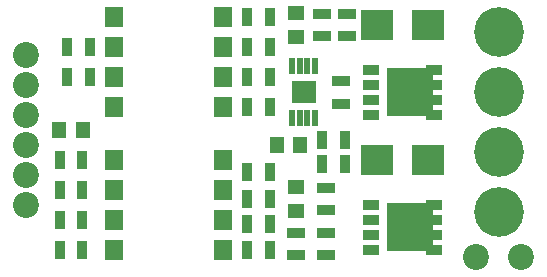
<source format=gbr>
G04 #@! TF.FileFunction,Soldermask,Top*
%FSLAX46Y46*%
G04 Gerber Fmt 4.6, Leading zero omitted, Abs format (unit mm)*
G04 Created by KiCad (PCBNEW 4.0.4-stable) date 10/09/16 21:09:13*
%MOMM*%
%LPD*%
G01*
G04 APERTURE LIST*
%ADD10C,0.100000*%
%ADD11R,0.500000X1.400000*%
%ADD12R,2.150000X1.850000*%
%ADD13R,0.900000X1.500000*%
%ADD14R,1.200000X1.450000*%
%ADD15R,1.450000X1.200000*%
%ADD16R,3.950000X4.110000*%
%ADD17R,1.470000X0.810000*%
%ADD18R,1.500000X0.900000*%
%ADD19R,1.500000X1.700000*%
%ADD20C,2.200000*%
%ADD21C,4.200000*%
%ADD22R,2.699360X2.501240*%
G04 APERTURE END LIST*
D10*
D11*
X144485000Y-108245000D03*
X144485000Y-103845000D03*
X143835000Y-108245000D03*
X143835000Y-103845000D03*
X143185000Y-108245000D03*
X143185000Y-103845000D03*
X142535000Y-108245000D03*
X142535000Y-103845000D03*
D12*
X143510000Y-106045000D03*
D13*
X124775000Y-119380000D03*
X122875000Y-119380000D03*
D14*
X124825000Y-109220000D03*
X122825000Y-109220000D03*
D15*
X142875000Y-101330000D03*
X142875000Y-99330000D03*
D14*
X143240000Y-110490000D03*
X141240000Y-110490000D03*
D15*
X142875000Y-114062000D03*
X142875000Y-116062000D03*
D16*
X152552000Y-106045000D03*
D17*
X154562000Y-104140000D03*
X154562000Y-105410000D03*
X154562000Y-106680000D03*
X154562000Y-107950000D03*
X149222000Y-107950000D03*
X149222000Y-106680000D03*
X149222000Y-105410000D03*
X149222000Y-104140000D03*
D16*
X152552000Y-117475000D03*
D17*
X154562000Y-115570000D03*
X154562000Y-116840000D03*
X154562000Y-118110000D03*
X154562000Y-119380000D03*
X149222000Y-119380000D03*
X149222000Y-118110000D03*
X149222000Y-116840000D03*
X149222000Y-115570000D03*
D13*
X123510000Y-102235000D03*
X125410000Y-102235000D03*
X122875000Y-114300000D03*
X124775000Y-114300000D03*
X124775000Y-111760000D03*
X122875000Y-111760000D03*
X123510000Y-104775000D03*
X125410000Y-104775000D03*
X122875000Y-116840000D03*
X124775000Y-116840000D03*
X138750000Y-102235000D03*
X140650000Y-102235000D03*
X140650000Y-99695000D03*
X138750000Y-99695000D03*
X138750000Y-115062000D03*
X140650000Y-115062000D03*
X138750000Y-104775000D03*
X140650000Y-104775000D03*
X140650000Y-107315000D03*
X138750000Y-107315000D03*
X138750000Y-117221000D03*
X140650000Y-117221000D03*
X138750000Y-119380000D03*
X140650000Y-119380000D03*
X138750000Y-112776000D03*
X140650000Y-112776000D03*
D18*
X145034000Y-99380000D03*
X145034000Y-101280000D03*
X145415000Y-119822000D03*
X145415000Y-117922000D03*
X142875000Y-119822000D03*
X142875000Y-117922000D03*
X147193000Y-99380000D03*
X147193000Y-101280000D03*
D13*
X147000000Y-110109000D03*
X145100000Y-110109000D03*
X147000000Y-112141000D03*
X145100000Y-112141000D03*
D18*
X146685000Y-105095000D03*
X146685000Y-106995000D03*
X145415000Y-116012000D03*
X145415000Y-114112000D03*
D19*
X136680000Y-99695000D03*
X136680000Y-102235000D03*
X136680000Y-104775000D03*
X136680000Y-107315000D03*
X127480000Y-107315000D03*
X127480000Y-104775000D03*
X127480000Y-102235000D03*
X127480000Y-99695000D03*
X127480000Y-119380000D03*
X127480000Y-116840000D03*
X127480000Y-114300000D03*
X127480000Y-111760000D03*
X136680000Y-111760000D03*
X136680000Y-114300000D03*
X136680000Y-116840000D03*
X136680000Y-119380000D03*
D20*
X120015000Y-107950000D03*
X120015000Y-115570000D03*
X120015000Y-110490000D03*
X120015000Y-113030000D03*
X120015000Y-102870000D03*
X120015000Y-105410000D03*
X161925000Y-120015000D03*
X158115000Y-120015000D03*
D21*
X160020000Y-106045000D03*
X160020000Y-116205000D03*
X160020000Y-100965000D03*
X160020000Y-111125000D03*
D22*
X154040840Y-111760000D03*
X149743160Y-111760000D03*
X154040840Y-100330000D03*
X149743160Y-100330000D03*
M02*

</source>
